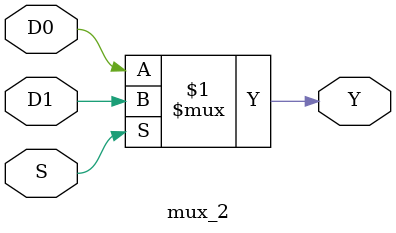
<source format=v>
module mux_2 (D0, D1, S, Y);

output Y;
input D0, D1, S;

assign Y=(S)?D1:D0;

endmodule

</source>
